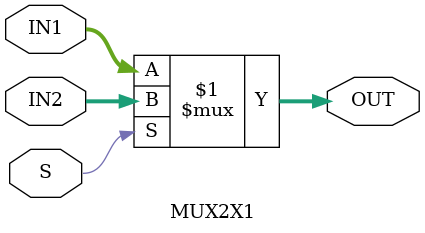
<source format=v>
module MUX2X1 #(parameter WIDTH=8)(input [WIDTH-1:0] IN1,
 input [WIDTH-1:0] IN2,
 input S,
output [WIDTH-1:0] OUT);

assign OUT=(S) ? IN2:IN1;


endmodule

</source>
